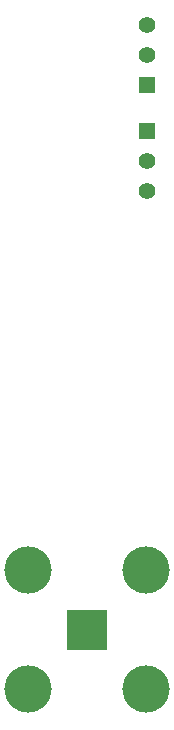
<source format=gbr>
%TF.GenerationSoftware,KiCad,Pcbnew,(6.0.8-1)-1*%
%TF.CreationDate,2022-10-31T21:03:21-04:00*%
%TF.ProjectId,Untitled,556e7469-746c-4656-942e-6b696361645f,rev?*%
%TF.SameCoordinates,Original*%
%TF.FileFunction,Soldermask,Bot*%
%TF.FilePolarity,Negative*%
%FSLAX46Y46*%
G04 Gerber Fmt 4.6, Leading zero omitted, Abs format (unit mm)*
G04 Created by KiCad (PCBNEW (6.0.8-1)-1) date 2022-10-31 21:03:21*
%MOMM*%
%LPD*%
G01*
G04 APERTURE LIST*
%ADD10R,3.500000X3.500000*%
%ADD11C,4.000000*%
%ADD12R,1.397000X1.397000*%
%ADD13C,1.397000*%
G04 APERTURE END LIST*
D10*
%TO.C,REF\u002A\u002A*%
X54200000Y-87200000D03*
D11*
X49175000Y-82175000D03*
X49175000Y-92225000D03*
X59225000Y-82175000D03*
X59225000Y-92225000D03*
%TD*%
D12*
%TO.C,REF\u002A\u002A*%
X59250100Y-41127500D03*
D13*
X59250100Y-38587500D03*
X59250100Y-36047500D03*
%TD*%
D12*
%TO.C,REF\u002A\u002A*%
X59250100Y-45012500D03*
D13*
X59250100Y-47552500D03*
X59250100Y-50092500D03*
%TD*%
M02*

</source>
